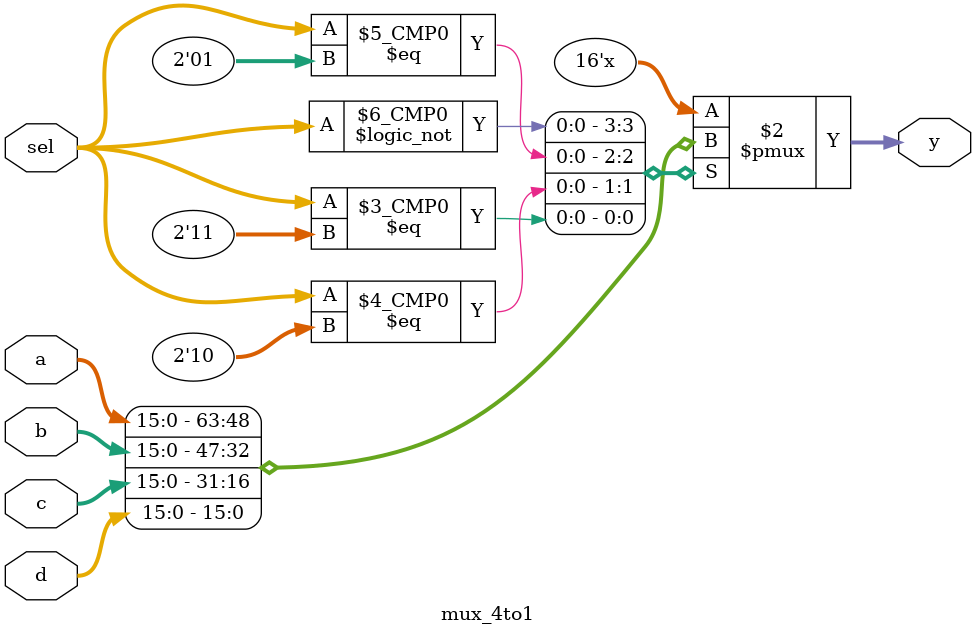
<source format=v>

module mux_4to1(a, b, c, d, sel, y);
    input [15 : 0] a, b, c, d;
    input [1 : 0] sel;
    output reg [15 : 0] y;

    always @ (*) begin

        case (sel)
            2'b00 : y = a;
            2'b01 : y = b;
            2'b10 : y = c;
            2'b11 : y = d;
        endcase

    end
endmodule



</source>
